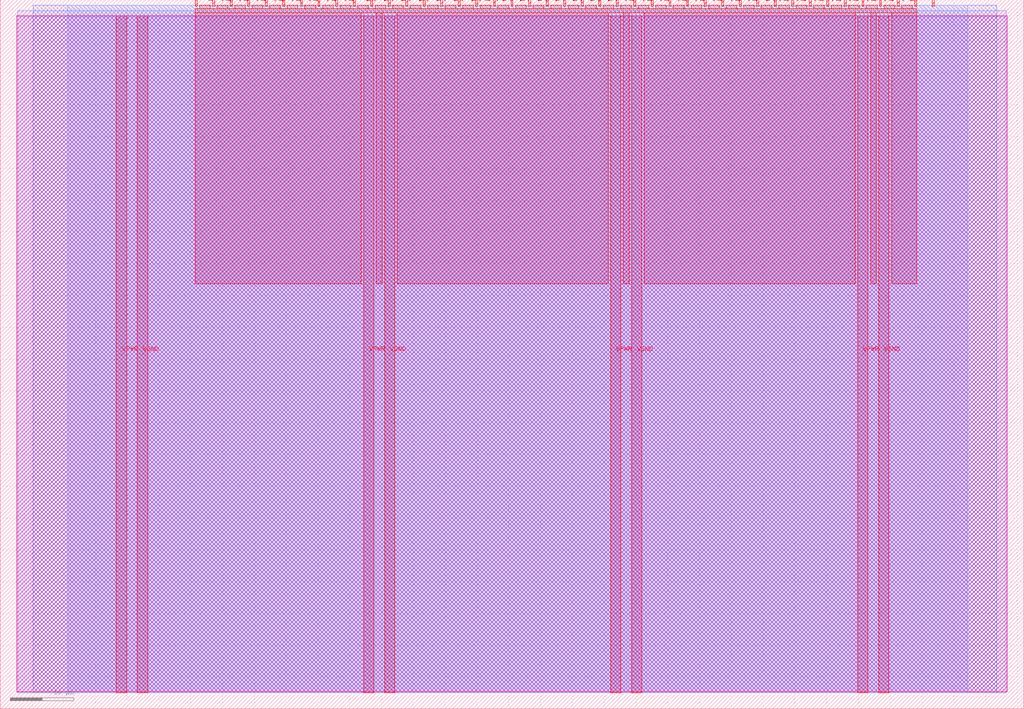
<source format=lef>
VERSION 5.7 ;
  NOWIREEXTENSIONATPIN ON ;
  DIVIDERCHAR "/" ;
  BUSBITCHARS "[]" ;
MACRO tt_um_rkarl_Spiral
  CLASS BLOCK ;
  FOREIGN tt_um_rkarl_Spiral ;
  ORIGIN 0.000 0.000 ;
  SIZE 161.000 BY 111.520 ;
  PIN VGND
    DIRECTION INOUT ;
    USE GROUND ;
    PORT
      LAYER met4 ;
        RECT 21.580 2.480 23.180 109.040 ;
    END
    PORT
      LAYER met4 ;
        RECT 60.450 2.480 62.050 109.040 ;
    END
    PORT
      LAYER met4 ;
        RECT 99.320 2.480 100.920 109.040 ;
    END
    PORT
      LAYER met4 ;
        RECT 138.190 2.480 139.790 109.040 ;
    END
  END VGND
  PIN VPWR
    DIRECTION INOUT ;
    USE POWER ;
    PORT
      LAYER met4 ;
        RECT 18.280 2.480 19.880 109.040 ;
    END
    PORT
      LAYER met4 ;
        RECT 57.150 2.480 58.750 109.040 ;
    END
    PORT
      LAYER met4 ;
        RECT 96.020 2.480 97.620 109.040 ;
    END
    PORT
      LAYER met4 ;
        RECT 134.890 2.480 136.490 109.040 ;
    END
  END VPWR
  PIN clk
    DIRECTION INPUT ;
    USE SIGNAL ;
    ANTENNAGATEAREA 0.852000 ;
    PORT
      LAYER met4 ;
        RECT 143.830 110.520 144.130 111.520 ;
    END
  END clk
  PIN ena
    DIRECTION INPUT ;
    USE SIGNAL ;
    PORT
      LAYER met4 ;
        RECT 146.590 110.520 146.890 111.520 ;
    END
  END ena
  PIN rst_n
    DIRECTION INPUT ;
    USE SIGNAL ;
    ANTENNAGATEAREA 0.196500 ;
    PORT
      LAYER met4 ;
        RECT 141.070 110.520 141.370 111.520 ;
    END
  END rst_n
  PIN ui_in[0]
    DIRECTION INPUT ;
    USE SIGNAL ;
    ANTENNAGATEAREA 0.196500 ;
    PORT
      LAYER met4 ;
        RECT 138.310 110.520 138.610 111.520 ;
    END
  END ui_in[0]
  PIN ui_in[1]
    DIRECTION INPUT ;
    USE SIGNAL ;
    ANTENNAGATEAREA 0.196500 ;
    PORT
      LAYER met4 ;
        RECT 135.550 110.520 135.850 111.520 ;
    END
  END ui_in[1]
  PIN ui_in[2]
    DIRECTION INPUT ;
    USE SIGNAL ;
    ANTENNAGATEAREA 0.196500 ;
    PORT
      LAYER met4 ;
        RECT 132.790 110.520 133.090 111.520 ;
    END
  END ui_in[2]
  PIN ui_in[3]
    DIRECTION INPUT ;
    USE SIGNAL ;
    ANTENNAGATEAREA 0.196500 ;
    PORT
      LAYER met4 ;
        RECT 130.030 110.520 130.330 111.520 ;
    END
  END ui_in[3]
  PIN ui_in[4]
    DIRECTION INPUT ;
    USE SIGNAL ;
    ANTENNAGATEAREA 0.196500 ;
    PORT
      LAYER met4 ;
        RECT 127.270 110.520 127.570 111.520 ;
    END
  END ui_in[4]
  PIN ui_in[5]
    DIRECTION INPUT ;
    USE SIGNAL ;
    ANTENNAGATEAREA 0.196500 ;
    PORT
      LAYER met4 ;
        RECT 124.510 110.520 124.810 111.520 ;
    END
  END ui_in[5]
  PIN ui_in[6]
    DIRECTION INPUT ;
    USE SIGNAL ;
    ANTENNAGATEAREA 0.196500 ;
    PORT
      LAYER met4 ;
        RECT 121.750 110.520 122.050 111.520 ;
    END
  END ui_in[6]
  PIN ui_in[7]
    DIRECTION INPUT ;
    USE SIGNAL ;
    ANTENNAGATEAREA 0.196500 ;
    PORT
      LAYER met4 ;
        RECT 118.990 110.520 119.290 111.520 ;
    END
  END ui_in[7]
  PIN uio_in[0]
    DIRECTION INPUT ;
    USE SIGNAL ;
    PORT
      LAYER met4 ;
        RECT 116.230 110.520 116.530 111.520 ;
    END
  END uio_in[0]
  PIN uio_in[1]
    DIRECTION INPUT ;
    USE SIGNAL ;
    PORT
      LAYER met4 ;
        RECT 113.470 110.520 113.770 111.520 ;
    END
  END uio_in[1]
  PIN uio_in[2]
    DIRECTION INPUT ;
    USE SIGNAL ;
    PORT
      LAYER met4 ;
        RECT 110.710 110.520 111.010 111.520 ;
    END
  END uio_in[2]
  PIN uio_in[3]
    DIRECTION INPUT ;
    USE SIGNAL ;
    PORT
      LAYER met4 ;
        RECT 107.950 110.520 108.250 111.520 ;
    END
  END uio_in[3]
  PIN uio_in[4]
    DIRECTION INPUT ;
    USE SIGNAL ;
    PORT
      LAYER met4 ;
        RECT 105.190 110.520 105.490 111.520 ;
    END
  END uio_in[4]
  PIN uio_in[5]
    DIRECTION INPUT ;
    USE SIGNAL ;
    PORT
      LAYER met4 ;
        RECT 102.430 110.520 102.730 111.520 ;
    END
  END uio_in[5]
  PIN uio_in[6]
    DIRECTION INPUT ;
    USE SIGNAL ;
    PORT
      LAYER met4 ;
        RECT 99.670 110.520 99.970 111.520 ;
    END
  END uio_in[6]
  PIN uio_in[7]
    DIRECTION INPUT ;
    USE SIGNAL ;
    PORT
      LAYER met4 ;
        RECT 96.910 110.520 97.210 111.520 ;
    END
  END uio_in[7]
  PIN uio_oe[0]
    DIRECTION OUTPUT ;
    USE SIGNAL ;
    PORT
      LAYER met4 ;
        RECT 49.990 110.520 50.290 111.520 ;
    END
  END uio_oe[0]
  PIN uio_oe[1]
    DIRECTION OUTPUT ;
    USE SIGNAL ;
    PORT
      LAYER met4 ;
        RECT 47.230 110.520 47.530 111.520 ;
    END
  END uio_oe[1]
  PIN uio_oe[2]
    DIRECTION OUTPUT ;
    USE SIGNAL ;
    PORT
      LAYER met4 ;
        RECT 44.470 110.520 44.770 111.520 ;
    END
  END uio_oe[2]
  PIN uio_oe[3]
    DIRECTION OUTPUT ;
    USE SIGNAL ;
    PORT
      LAYER met4 ;
        RECT 41.710 110.520 42.010 111.520 ;
    END
  END uio_oe[3]
  PIN uio_oe[4]
    DIRECTION OUTPUT ;
    USE SIGNAL ;
    PORT
      LAYER met4 ;
        RECT 38.950 110.520 39.250 111.520 ;
    END
  END uio_oe[4]
  PIN uio_oe[5]
    DIRECTION OUTPUT ;
    USE SIGNAL ;
    PORT
      LAYER met4 ;
        RECT 36.190 110.520 36.490 111.520 ;
    END
  END uio_oe[5]
  PIN uio_oe[6]
    DIRECTION OUTPUT ;
    USE SIGNAL ;
    PORT
      LAYER met4 ;
        RECT 33.430 110.520 33.730 111.520 ;
    END
  END uio_oe[6]
  PIN uio_oe[7]
    DIRECTION OUTPUT ;
    USE SIGNAL ;
    PORT
      LAYER met4 ;
        RECT 30.670 110.520 30.970 111.520 ;
    END
  END uio_oe[7]
  PIN uio_out[0]
    DIRECTION OUTPUT ;
    USE SIGNAL ;
    PORT
      LAYER met4 ;
        RECT 72.070 110.520 72.370 111.520 ;
    END
  END uio_out[0]
  PIN uio_out[1]
    DIRECTION OUTPUT ;
    USE SIGNAL ;
    PORT
      LAYER met4 ;
        RECT 69.310 110.520 69.610 111.520 ;
    END
  END uio_out[1]
  PIN uio_out[2]
    DIRECTION OUTPUT ;
    USE SIGNAL ;
    PORT
      LAYER met4 ;
        RECT 66.550 110.520 66.850 111.520 ;
    END
  END uio_out[2]
  PIN uio_out[3]
    DIRECTION OUTPUT ;
    USE SIGNAL ;
    PORT
      LAYER met4 ;
        RECT 63.790 110.520 64.090 111.520 ;
    END
  END uio_out[3]
  PIN uio_out[4]
    DIRECTION OUTPUT ;
    USE SIGNAL ;
    PORT
      LAYER met4 ;
        RECT 61.030 110.520 61.330 111.520 ;
    END
  END uio_out[4]
  PIN uio_out[5]
    DIRECTION OUTPUT ;
    USE SIGNAL ;
    PORT
      LAYER met4 ;
        RECT 58.270 110.520 58.570 111.520 ;
    END
  END uio_out[5]
  PIN uio_out[6]
    DIRECTION OUTPUT ;
    USE SIGNAL ;
    PORT
      LAYER met4 ;
        RECT 55.510 110.520 55.810 111.520 ;
    END
  END uio_out[6]
  PIN uio_out[7]
    DIRECTION OUTPUT ;
    USE SIGNAL ;
    PORT
      LAYER met4 ;
        RECT 52.750 110.520 53.050 111.520 ;
    END
  END uio_out[7]
  PIN uo_out[0]
    DIRECTION OUTPUT ;
    USE SIGNAL ;
    ANTENNADIFFAREA 0.445500 ;
    PORT
      LAYER met4 ;
        RECT 94.150 110.520 94.450 111.520 ;
    END
  END uo_out[0]
  PIN uo_out[1]
    DIRECTION OUTPUT ;
    USE SIGNAL ;
    ANTENNADIFFAREA 0.445500 ;
    PORT
      LAYER met4 ;
        RECT 91.390 110.520 91.690 111.520 ;
    END
  END uo_out[1]
  PIN uo_out[2]
    DIRECTION OUTPUT ;
    USE SIGNAL ;
    ANTENNADIFFAREA 0.445500 ;
    PORT
      LAYER met4 ;
        RECT 88.630 110.520 88.930 111.520 ;
    END
  END uo_out[2]
  PIN uo_out[3]
    DIRECTION OUTPUT ;
    USE SIGNAL ;
    ANTENNADIFFAREA 0.445500 ;
    PORT
      LAYER met4 ;
        RECT 85.870 110.520 86.170 111.520 ;
    END
  END uo_out[3]
  PIN uo_out[4]
    DIRECTION OUTPUT ;
    USE SIGNAL ;
    ANTENNAGATEAREA 0.159000 ;
    ANTENNADIFFAREA 0.911000 ;
    PORT
      LAYER met4 ;
        RECT 83.110 110.520 83.410 111.520 ;
    END
  END uo_out[4]
  PIN uo_out[5]
    DIRECTION OUTPUT ;
    USE SIGNAL ;
    ANTENNAGATEAREA 0.159000 ;
    ANTENNADIFFAREA 0.911000 ;
    PORT
      LAYER met4 ;
        RECT 80.350 110.520 80.650 111.520 ;
    END
  END uo_out[5]
  PIN uo_out[6]
    DIRECTION OUTPUT ;
    USE SIGNAL ;
    ANTENNAGATEAREA 0.159000 ;
    ANTENNADIFFAREA 0.911000 ;
    PORT
      LAYER met4 ;
        RECT 77.590 110.520 77.890 111.520 ;
    END
  END uo_out[6]
  PIN uo_out[7]
    DIRECTION OUTPUT ;
    USE SIGNAL ;
    ANTENNADIFFAREA 0.795200 ;
    PORT
      LAYER met4 ;
        RECT 74.830 110.520 75.130 111.520 ;
    END
  END uo_out[7]
  OBS
      LAYER nwell ;
        RECT 2.570 2.635 158.430 108.990 ;
      LAYER li1 ;
        RECT 2.760 2.635 158.240 108.885 ;
      LAYER met1 ;
        RECT 2.760 2.480 158.240 109.780 ;
      LAYER met2 ;
        RECT 5.160 2.535 156.760 110.685 ;
      LAYER met3 ;
        RECT 10.645 2.555 152.195 110.665 ;
      LAYER met4 ;
        RECT 31.370 110.120 33.030 110.665 ;
        RECT 34.130 110.120 35.790 110.665 ;
        RECT 36.890 110.120 38.550 110.665 ;
        RECT 39.650 110.120 41.310 110.665 ;
        RECT 42.410 110.120 44.070 110.665 ;
        RECT 45.170 110.120 46.830 110.665 ;
        RECT 47.930 110.120 49.590 110.665 ;
        RECT 50.690 110.120 52.350 110.665 ;
        RECT 53.450 110.120 55.110 110.665 ;
        RECT 56.210 110.120 57.870 110.665 ;
        RECT 58.970 110.120 60.630 110.665 ;
        RECT 61.730 110.120 63.390 110.665 ;
        RECT 64.490 110.120 66.150 110.665 ;
        RECT 67.250 110.120 68.910 110.665 ;
        RECT 70.010 110.120 71.670 110.665 ;
        RECT 72.770 110.120 74.430 110.665 ;
        RECT 75.530 110.120 77.190 110.665 ;
        RECT 78.290 110.120 79.950 110.665 ;
        RECT 81.050 110.120 82.710 110.665 ;
        RECT 83.810 110.120 85.470 110.665 ;
        RECT 86.570 110.120 88.230 110.665 ;
        RECT 89.330 110.120 90.990 110.665 ;
        RECT 92.090 110.120 93.750 110.665 ;
        RECT 94.850 110.120 96.510 110.665 ;
        RECT 97.610 110.120 99.270 110.665 ;
        RECT 100.370 110.120 102.030 110.665 ;
        RECT 103.130 110.120 104.790 110.665 ;
        RECT 105.890 110.120 107.550 110.665 ;
        RECT 108.650 110.120 110.310 110.665 ;
        RECT 111.410 110.120 113.070 110.665 ;
        RECT 114.170 110.120 115.830 110.665 ;
        RECT 116.930 110.120 118.590 110.665 ;
        RECT 119.690 110.120 121.350 110.665 ;
        RECT 122.450 110.120 124.110 110.665 ;
        RECT 125.210 110.120 126.870 110.665 ;
        RECT 127.970 110.120 129.630 110.665 ;
        RECT 130.730 110.120 132.390 110.665 ;
        RECT 133.490 110.120 135.150 110.665 ;
        RECT 136.250 110.120 137.910 110.665 ;
        RECT 139.010 110.120 140.670 110.665 ;
        RECT 141.770 110.120 143.430 110.665 ;
        RECT 30.655 109.440 144.145 110.120 ;
        RECT 30.655 66.815 56.750 109.440 ;
        RECT 59.150 66.815 60.050 109.440 ;
        RECT 62.450 66.815 95.620 109.440 ;
        RECT 98.020 66.815 98.920 109.440 ;
        RECT 101.320 66.815 134.490 109.440 ;
        RECT 136.890 66.815 137.790 109.440 ;
        RECT 140.190 66.815 144.145 109.440 ;
  END
END tt_um_rkarl_Spiral
END LIBRARY


</source>
